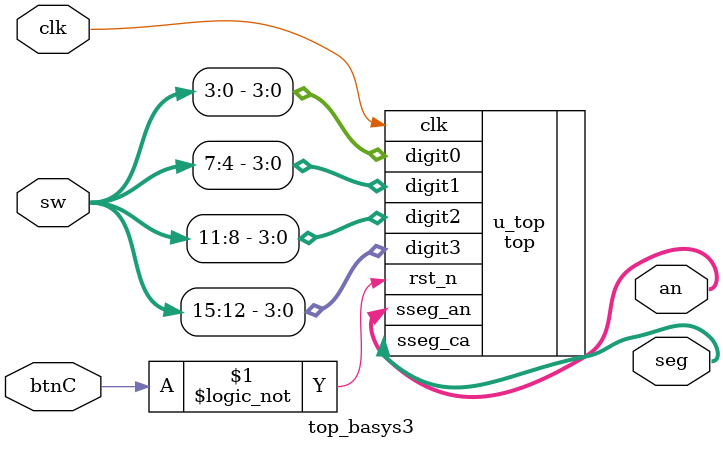
<source format=sv>
module top_basys3 (
    input wire clk,
    input wire btnC,
    input wire [15:0] sw,
    output wire [6:0] seg,
    output wire [3:0] an
);

top u_top(
    .clk(clk),
    .rst_n(!btnC),
    .digit0(sw[3:0]),
    .digit1(sw[7:4]),
    .digit2(sw[11:8]),
    .digit3(sw[15:12]),
    .sseg_ca(seg),
    .sseg_an(an)
);

endmodule

</source>
